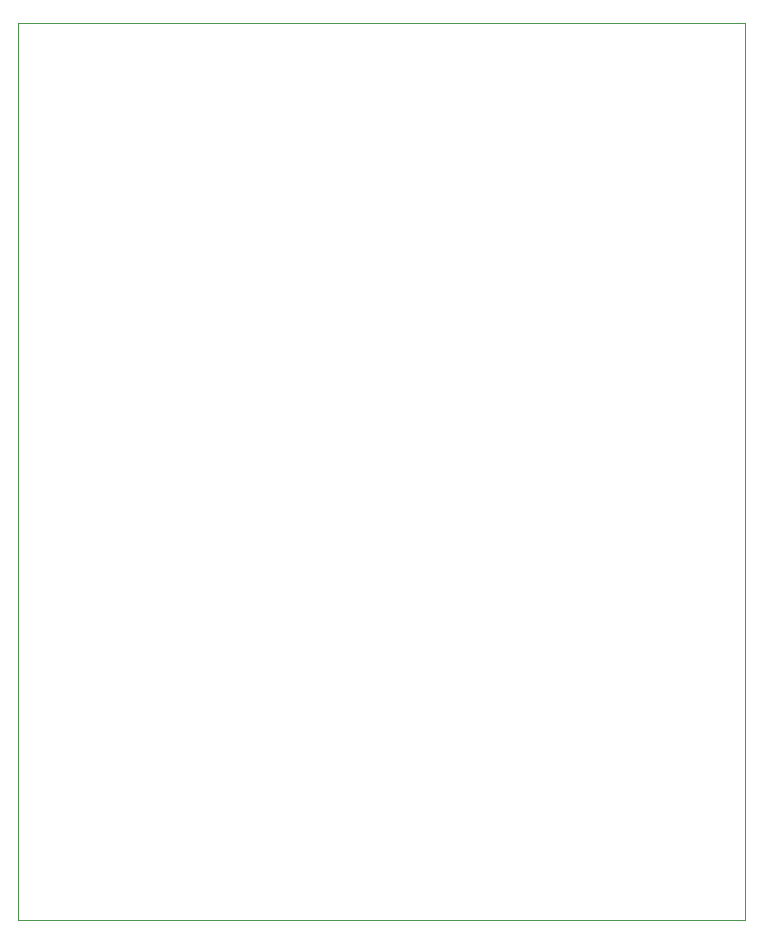
<source format=gbr>
%TF.GenerationSoftware,KiCad,Pcbnew,8.0.0*%
%TF.CreationDate,2024-03-27T17:11:43-03:00*%
%TF.ProjectId,ponderada_semana_8,706f6e64-6572-4616-9461-5f73656d616e,rev?*%
%TF.SameCoordinates,Original*%
%TF.FileFunction,Profile,NP*%
%FSLAX46Y46*%
G04 Gerber Fmt 4.6, Leading zero omitted, Abs format (unit mm)*
G04 Created by KiCad (PCBNEW 8.0.0) date 2024-03-27 17:11:43*
%MOMM*%
%LPD*%
G01*
G04 APERTURE LIST*
%TA.AperFunction,Profile*%
%ADD10C,0.050000*%
%TD*%
G04 APERTURE END LIST*
D10*
X46500000Y-44000000D02*
X108000000Y-44000000D01*
X108000000Y-120000000D01*
X46500000Y-120000000D01*
X46500000Y-44000000D01*
M02*

</source>
